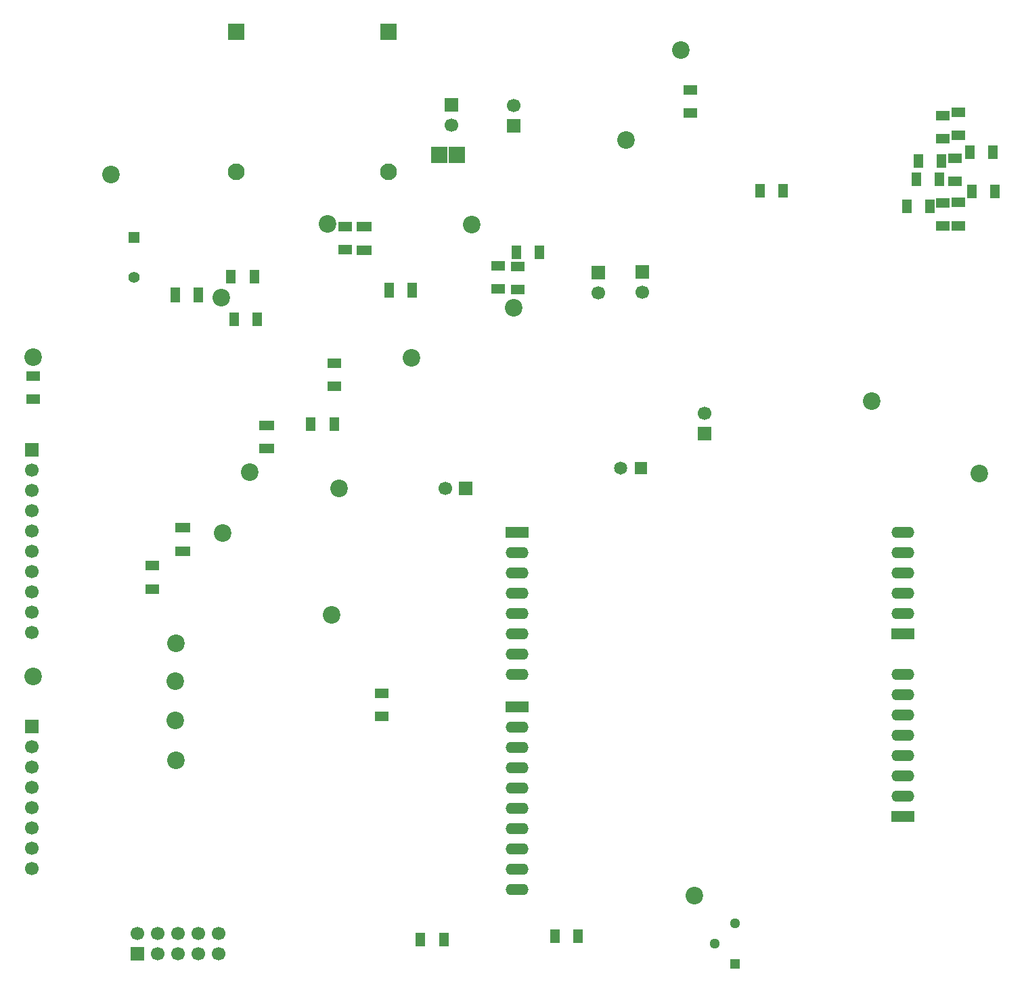
<source format=gbs>
G04*
G04 #@! TF.GenerationSoftware,Altium Limited,Altium Designer,22.2.1 (43)*
G04*
G04 Layer_Color=16711935*
%FSLAX25Y25*%
%MOIN*%
G70*
G04*
G04 #@! TF.SameCoordinates,B3CF93AD-5C46-479A-8AA0-F490141B64D1*
G04*
G04*
G04 #@! TF.FilePolarity,Negative*
G04*
G01*
G75*
%ADD48R,0.07480X0.05118*%
%ADD49R,0.07087X0.04724*%
%ADD61C,0.05079*%
%ADD62R,0.05079X0.05079*%
%ADD63C,0.08661*%
%ADD64R,0.08268X0.08268*%
%ADD65C,0.08268*%
%ADD66C,0.06693*%
%ADD67R,0.06693X0.06693*%
%ADD68C,0.06457*%
%ADD69R,0.06457X0.06457*%
%ADD70C,0.05512*%
%ADD71R,0.05512X0.05512*%
%ADD72O,0.11201X0.05598*%
%ADD73R,0.11201X0.05598*%
%ADD74R,0.06693X0.06693*%
%ADD88R,0.04724X0.07087*%
%ADD89R,0.05118X0.07480*%
%ADD91R,0.08071X0.07874*%
D48*
X171263Y363774D02*
D03*
Y375192D02*
D03*
X123231Y265940D02*
D03*
Y277357D02*
D03*
X81893Y215391D02*
D03*
Y226808D02*
D03*
D49*
X463830Y375782D02*
D03*
Y387200D02*
D03*
Y431688D02*
D03*
Y420271D02*
D03*
X8271Y290349D02*
D03*
Y301767D02*
D03*
X237404Y344483D02*
D03*
Y355901D02*
D03*
X246853Y344286D02*
D03*
Y355704D02*
D03*
X161814Y375389D02*
D03*
Y363971D02*
D03*
X156696Y296649D02*
D03*
Y308066D02*
D03*
X66932Y208184D02*
D03*
Y196767D02*
D03*
X462255Y397633D02*
D03*
Y409050D02*
D03*
X456349Y375586D02*
D03*
Y387003D02*
D03*
X331893Y442711D02*
D03*
Y431294D02*
D03*
X179921Y133858D02*
D03*
Y145276D02*
D03*
X456349Y418499D02*
D03*
Y429916D02*
D03*
D61*
X343937Y21811D02*
D03*
X353937Y31811D02*
D03*
D62*
Y11811D02*
D03*
D63*
X8268Y153543D02*
D03*
X224412Y376373D02*
D03*
X300397Y418105D02*
D03*
X474409Y253543D02*
D03*
X46457Y400787D02*
D03*
X244885Y335428D02*
D03*
X155118Y183858D02*
D03*
X333858Y45669D02*
D03*
X8271Y311019D02*
D03*
X153153Y376767D02*
D03*
X158782Y246255D02*
D03*
X194491Y310625D02*
D03*
X114964Y254326D02*
D03*
X421263Y289365D02*
D03*
X101578Y224404D02*
D03*
X327168Y462200D02*
D03*
X78740Y112205D02*
D03*
X78347Y151181D02*
D03*
X78347Y131890D02*
D03*
X78740Y170079D02*
D03*
X100787Y340158D02*
D03*
D64*
X108271Y471255D02*
D03*
X183106Y471223D02*
D03*
D65*
X108271Y402357D02*
D03*
X183106Y402325D02*
D03*
D66*
X7483Y175271D02*
D03*
Y185271D02*
D03*
Y195271D02*
D03*
Y205271D02*
D03*
Y255271D02*
D03*
Y245271D02*
D03*
Y235271D02*
D03*
Y225271D02*
D03*
Y215271D02*
D03*
X7480Y59055D02*
D03*
Y69055D02*
D03*
Y119055D02*
D03*
Y109055D02*
D03*
Y99055D02*
D03*
Y89055D02*
D03*
Y79055D02*
D03*
X286614Y342756D02*
D03*
X59618Y27047D02*
D03*
X69618Y17047D02*
D03*
Y27047D02*
D03*
X79618Y17047D02*
D03*
Y27047D02*
D03*
X89618Y17047D02*
D03*
X99618D02*
D03*
X89618Y27047D02*
D03*
X99618D02*
D03*
X211263Y246255D02*
D03*
X244882Y434921D02*
D03*
X214173Y425315D02*
D03*
X338976Y283228D02*
D03*
X308268Y343032D02*
D03*
D67*
X7483Y265271D02*
D03*
X7480Y129055D02*
D03*
X286614Y352756D02*
D03*
X59618Y17047D02*
D03*
X244882Y424921D02*
D03*
X214173Y435315D02*
D03*
X338976Y273228D02*
D03*
X308268Y353031D02*
D03*
D68*
X297756Y256299D02*
D03*
D69*
X307756D02*
D03*
D70*
X57877Y350389D02*
D03*
D71*
Y370074D02*
D03*
D72*
X246732Y48614D02*
D03*
Y58614D02*
D03*
Y68614D02*
D03*
Y78614D02*
D03*
Y88614D02*
D03*
Y98614D02*
D03*
Y108614D02*
D03*
Y118614D02*
D03*
Y128614D02*
D03*
Y154614D02*
D03*
Y164614D02*
D03*
Y174614D02*
D03*
Y184614D02*
D03*
Y194614D02*
D03*
Y204614D02*
D03*
Y214614D02*
D03*
X436732Y224614D02*
D03*
Y214614D02*
D03*
Y204614D02*
D03*
Y194614D02*
D03*
Y184614D02*
D03*
Y154614D02*
D03*
Y144614D02*
D03*
Y134614D02*
D03*
Y124614D02*
D03*
Y114614D02*
D03*
Y104614D02*
D03*
Y94614D02*
D03*
D73*
Y174614D02*
D03*
X246732Y138614D02*
D03*
Y224614D02*
D03*
X436732Y84614D02*
D03*
D74*
X221263Y246255D02*
D03*
D88*
X470475Y392515D02*
D03*
X481893D02*
D03*
X118701Y329528D02*
D03*
X107283D02*
D03*
X117129Y350782D02*
D03*
X105712D02*
D03*
X246263Y362593D02*
D03*
X257680D02*
D03*
X156499Y277948D02*
D03*
X145082D02*
D03*
X366145Y392908D02*
D03*
X377562D02*
D03*
X443160Y398617D02*
D03*
X454578D02*
D03*
X455562Y407672D02*
D03*
X444145D02*
D03*
X469538Y412003D02*
D03*
X480956D02*
D03*
X449853Y385231D02*
D03*
X438436D02*
D03*
X199016Y24016D02*
D03*
X210433D02*
D03*
X265158Y25591D02*
D03*
X276575D02*
D03*
D89*
X78153Y341727D02*
D03*
X89570D02*
D03*
X183661Y344094D02*
D03*
X195079D02*
D03*
D91*
X208268Y410630D02*
D03*
X216929D02*
D03*
M02*

</source>
